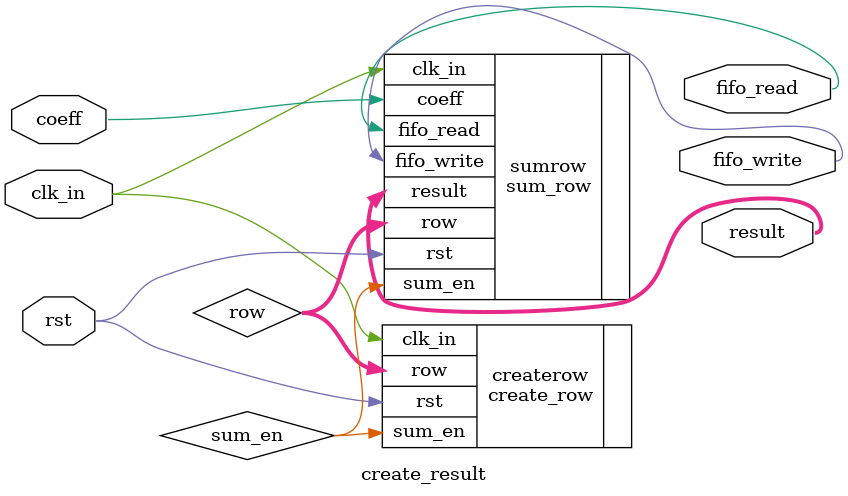
<source format=v>
`timescale 1ns / 1ps
module create_result(
	input clk_in,
	input rst,
	input coeff,
	output fifo_read,
	output fifo_write,
	output [3071:0] result
	);
	wire sum_en;
	wire [3071:0] row;
	create_row createrow(
	.clk_in(clk_in),
	.rst(rst),
	.sum_en(sum_en),
	.row(row)
	);
	sum_row sumrow(
	.clk_in(clk_in),
	.rst(rst),
	.sum_en(sum_en),
	.row(row),
	.coeff(coeff),
	.fifo_read(fifo_read),
	.fifo_write(fifo_write),
	.result(result)
	);
	
endmodule
</source>
